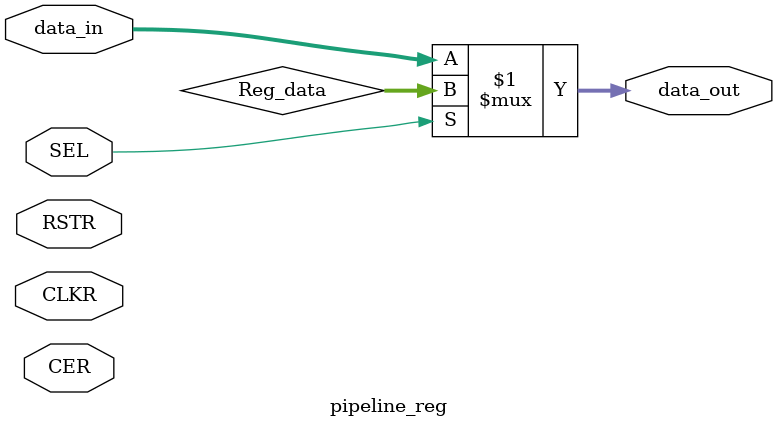
<source format=v>
module pipeline_reg
#(
    parameter reg_size = 8,
    parameter RSTTYPE = 0 // 0: Asynchronous, 1: Synchronous
)
(
    input[reg_size-1:0] data_in,
    input SEL, // Mux Selection
    input CLKR, // Clock 
    input RSTR, // Reset
    input CER,  // Clock Enable
    output[reg_size-1:0] data_out
);

reg [reg_size-1:0] Reg_data;

assign data_out = (SEL) ? Reg_data : data_in;
generate
    if (RSTTYPE) begin
        if (RSTTYPE == ASYNCH) begin
            always @(posedge CLKR or posedge RSTR) begin
                if (RSTR) 
                    Reg_data <= 0;
                else if (CER)
                    Reg_data <= data_in;
            end
        end else begin
            always @(posedge CLKR) begin
                if (RSTR)
                    Reg_data <= 0;
                else if (CER)
                    Reg_data <= data_in;            
            end
        end
    end 
endgenerate

endmodule
</source>
